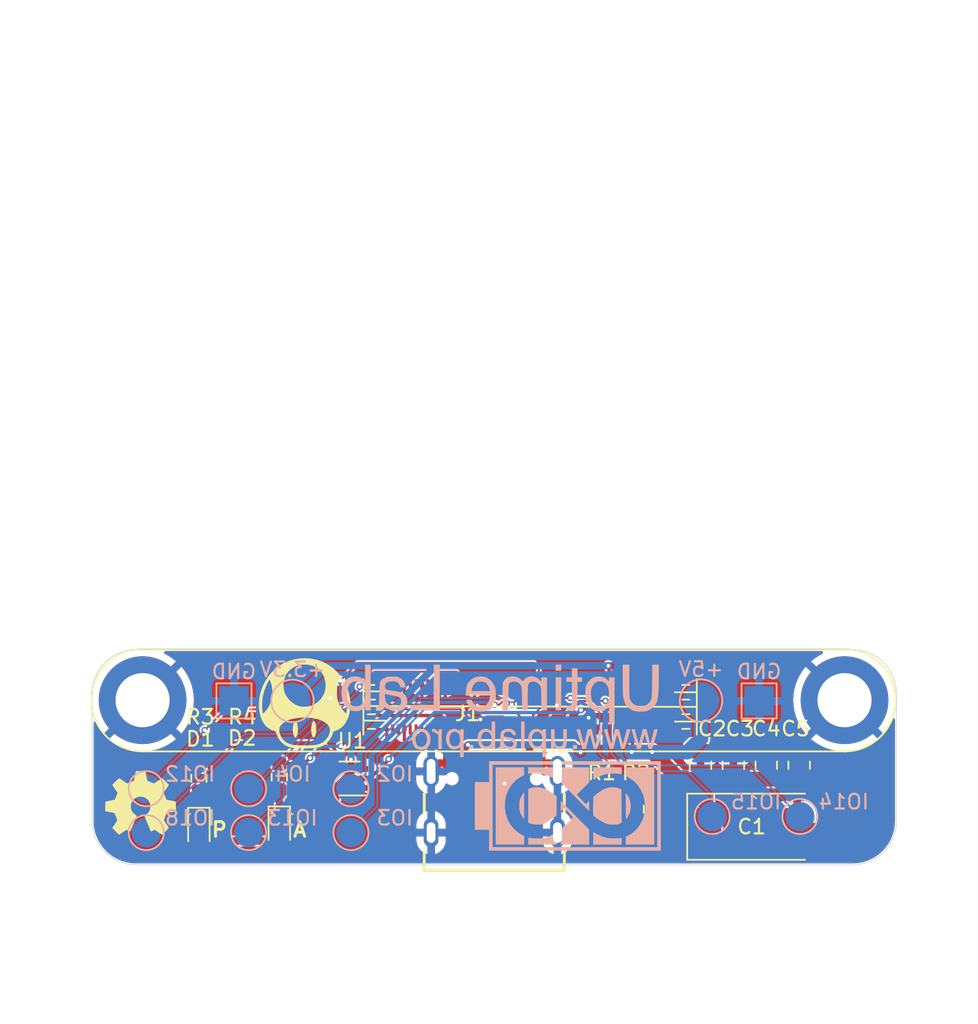
<source format=kicad_pcb>
(kicad_pcb (version 20210824) (generator pcbnew)
  (layers (0 "F.Cu" signal) (31 "B.Cu" signal) (34 "B.Paste" user) (35 "F.Paste" user) (36 "B.SilkS" user "B.Silkscreen") (37 "F.SilkS" user "F.Silkscreen") (38 "B.Mask" user) (39 "F.Mask" user) (44 "Edge.Cuts" user))
  (net 0 "")
  (net 13 "Net-(R3-Pad2)")
  (net 14 "Net-(Module1-Pad21)")
  (net 15 "Net-(J1-PadB5)")
  (net 16 "Net-(J1-PadA5)")
  (net 17 "Net-(D2-Pad1)")
  (net 18 "Net-(D1-Pad1)")
  (net 19 "GND")
  (net 20 "/nRPIBOOT")
  (net 21 "/nPWR_LED")
  (net 22 "/nEXTRST")
  (net 23 "/WL_nDis")
  (net 24 "/TRD3_P")
  (net 25 "/TRD3_N")
  (net 26 "/TRD2_P")
  (net 27 "/TRD2_N")
  (net 28 "/TRD1_P")
  (net 29 "/TRD1_N")
  (net 30 "/TRD0_P")
  (net 31 "/TRD0_N")
  (net 32 "/SYNC_OUT")
  (net 33 "/SYNC_IN")
  (net 34 "/SD_PWR_ON")
  (net 35 "/SD_DAT3")
  (net 36 "/SD_DAT2")
  (net 37 "/SD_DAT1")
  (net 38 "/SD_DAT0")
  (net 39 "/SD_CMD")
  (net 40 "/SD_CLK")
  (net 41 "/SDA0")
  (net 42 "/SCL0")
  (net 43 "/Reserved")
  (net 44 "/RUN_PG")
  (net 45 "/ID_SD")
  (net 46 "/ID_SC")
  (net 47 "/GPIO9")
  (net 48 "/GPIO8")
  (net 49 "/GPIO7")
  (net 50 "/GPIO6")
  (net 51 "/GPIO5")
  (net 52 "/GPIO4")
  (net 53 "/GPIO3")
  (net 54 "/GPIO27")
  (net 55 "/GPIO26")
  (net 56 "/GPIO25")
  (net 57 "/GPIO24")
  (net 58 "/GPIO23")
  (net 59 "/GPIO22")
  (net 60 "/GPIO21")
  (net 61 "/GPIO20")
  (net 62 "/GPIO2")
  (net 63 "/GPIO19")
  (net 64 "/GPIO18")
  (net 65 "/GPIO17")
  (net 66 "/GPIO16")
  (net 67 "/GPIO15")
  (net 68 "/GPIO14")
  (net 69 "/GPIO13")
  (net 70 "/GPIO12")
  (net 71 "/GPIO11")
  (net 72 "/GPIO10")
  (net 73 "/GLOBAL_EN")
  (net 74 "/ETH_LEDY")
  (net 75 "/ETH_LEDG")
  (net 76 "/CAM_GPIO")
  (net 77 "/BT_nDis")
  (net 78 "/AIN1")
  (net 79 "/AIN0")
  (net 80 "/+5v")
  (net 81 "/+3.3v")
  (net 82 "/+1.8v")
  (footprint "Capacitor_SMD:C_0805_2012Metric" (layer "F.Cu") (at 158.9 87.4 90)
    (fp_text reference "C2" (at 2.5 0.8 180) (layer "F.SilkS"))
    (fp_text value "10u")
    (pad "1" smd roundrect locked (at -0.95 0 90) (size 1 1.45) (layers "F.Cu" "F.Paste" "F.Mask") (net 80 "/+5v"))
    (pad "2" smd roundrect locked (at 0.95 0 90) (size 1 1.45) (layers "F.Cu" "F.Paste" "F.Mask") (net 19 "GND"))
  )
  (footprint "Capacitor_SMD:C_0805_2012Metric" (layer "F.Cu") (at 161.15 87.4 90)
    (fp_text reference "C3" (at 2.5 0.45 180) (layer "F.SilkS"))
    (fp_text value "10u")
    (pad "1" smd roundrect locked (at -0.95 0 90) (size 1 1.45) (layers "F.Cu" "F.Paste" "F.Mask") (net 80 "/+5v"))
    (pad "2" smd roundrect locked (at 0.95 0 90) (size 1 1.45) (layers "F.Cu" "F.Paste" "F.Mask") (net 19 "GND"))
  )
  (footprint "CM4IO:Raspberry-Pi-4-Compute-Module-big-holes" (layer "F.Cu") (at 168.75 82.95 90)
    (fp_text reference "Module1" hide)
    (fp_text value "ComputeModule4")
    (pad "1" smd rect (at -2 -31.3) (size 0.2 0.7) (layers "F.Cu" "F.Paste" "F.Mask") (net 19 "GND"))
    (pad "2" smd rect (at 1.08 -31.3) (size 0.2 0.7) (layers "F.Cu" "F.Paste" "F.Mask") (net 19 "GND"))
    (pad "3" smd rect (at -2 -30.9) (size 0.2 0.7) (layers "F.Cu" "F.Paste" "F.Mask") (net 24 "/TRD3_P"))
    (pad "4" smd rect (at 1.08 -30.9) (size 0.2 0.7) (layers "F.Cu" "F.Paste" "F.Mask") (net 28 "/TRD1_P"))
    (pad "5" smd rect (at -2 -30.5) (size 0.2 0.7) (layers "F.Cu" "F.Paste" "F.Mask") (net 25 "/TRD3_N"))
    (pad "6" smd rect (at 1.08 -30.5) (size 0.2 0.7) (layers "F.Cu" "F.Paste" "F.Mask") (net 29 "/TRD1_N"))
    (pad "7" smd rect (at -2 -30.1) (size 0.2 0.7) (layers "F.Cu" "F.Paste" "F.Mask") (net 19 "GND"))
    (pad "8" smd rect (at 1.08 -30.1) (size 0.2 0.7) (layers "F.Cu" "F.Paste" "F.Mask") (net 19 "GND"))
    (pad "9" smd rect (at -2 -29.7) (size 0.2 0.7) (layers "F.Cu" "F.Paste" "F.Mask") (net 27 "/TRD2_N"))
    (pad "10" smd rect (at 1.08 -29.7) (size 0.2 0.7) (layers "F.Cu" "F.Paste" "F.Mask") (net 31 "/TRD0_N"))
    (pad "11" smd rect (at -2 -29.3) (size 0.2 0.7) (layers "F.Cu" "F.Paste" "F.Mask") (net 26 "/TRD2_P"))
    (pad "12" smd rect (at 1.08 -29.3) (size 0.2 0.7) (layers "F.Cu" "F.Paste" "F.Mask") (net 30 "/TRD0_P"))
    (pad "13" smd rect (at -2 -28.9) (size 0.2 0.7) (layers "F.Cu" "F.Paste" "F.Mask") (net 19 "GND"))
    (pad "14" smd rect (at 1.08 -28.9) (size 0.2 0.7) (layers "F.Cu" "F.Paste" "F.Mask") (net 19 "GND"))
    (pad "15" smd rect (at -2 -28.5) (size 0.2 0.7) (layers "F.Cu" "F.Paste" "F.Mask") (net 74 "/ETH_LEDY"))
    (pad "16" smd rect (at 1.08 -28.5) (size 0.2 0.7) (layers "F.Cu" "F.Paste" "F.Mask") (net 33 "/SYNC_IN"))
    (pad "17" smd rect (at -2 -28.1) (size 0.2 0.7) (layers "F.Cu" "F.Paste" "F.Mask") (net 75 "/ETH_LEDG"))
    (pad "18" smd rect (at 1.08 -28.1) (size 0.2 0.7) (layers "F.Cu" "F.Paste" "F.Mask") (net 32 "/SYNC_OUT"))
    (pad "19" smd rect (at -2 -27.7) (size 0.2 0.7) (layers "F.Cu" "F.Paste" "F.Mask"))
    (pad "20" smd rect (at 1.08 -27.7) (size 0.2 0.7) (layers "F.Cu" "F.Paste" "F.Mask") (net 19 "GND"))
    (pad "21" smd rect (at -2 -27.3) (size 0.2 0.7) (layers "F.Cu" "F.Paste" "F.Mask") (net 14 "Net-(Module1-Pad21)"))
    (pad "22" smd rect (at 1.08 -27.3) (size 0.2 0.7) (layers "F.Cu" "F.Paste" "F.Mask") (net 19 "GND"))
    (pad "23" smd rect (at -2 -26.9) (size 0.2 0.7) (layers "F.Cu" "F.Paste" "F.Mask") (net 19 "GND"))
    (pad "24" smd rect (at 1.08 -26.9) (size 0.2 0.7) (layers "F.Cu" "F.Paste" "F.Mask") (net 55 "/GPIO26"))
    (pad "25" smd rect (at -2 -26.5) (size 0.2 0.7) (layers "F.Cu" "F.Paste" "F.Mask") (net 60 "/GPIO21"))
    (pad "26" smd rect (at 1.08 -26.5) (size 0.2 0.7) (layers "F.Cu" "F.Paste" "F.Mask") (net 63 "/GPIO19"))
    (pad "27" smd rect (at -2 -26.1) (size 0.2 0.7) (layers "F.Cu" "F.Paste" "F.Mask") (net 61 "/GPIO20"))
    (pad "28" smd rect (at 1.08 -26.1) (size 0.2 0.7) (layers "F.Cu" "F.Paste" "F.Mask") (net 69 "/GPIO13"))
    (pad "29" smd rect (at -2 -25.7) (size 0.2 0.7) (layers "F.Cu" "F.Paste" "F.Mask") (net 66 "/GPIO16"))
    (pad "30" smd rect (at 1.08 -25.7) (size 0.2 0.7) (layers "F.Cu" "F.Paste" "F.Mask") (net 50 "/GPIO6"))
    (pad "31" smd rect (at -2 -25.3) (size 0.2 0.7) (layers "F.Cu" "F.Paste" "F.Mask") (net 70 "/GPIO12"))
    (pad "32" smd rect (at 1.08 -25.3) (size 0.2 0.7) (layers "F.Cu" "F.Paste" "F.Mask") (net 19 "GND"))
    (pad "33" smd rect (at -2 -24.9) (size 0.2 0.7) (layers "F.Cu" "F.Paste" "F.Mask") (net 19 "GND"))
    (pad "34" smd rect (at 1.08 -24.9) (size 0.2 0.7) (layers "F.Cu" "F.Paste" "F.Mask") (net 51 "/GPIO5"))
    (pad "35" smd rect (at -2 -24.5) (size 0.2 0.7) (layers "F.Cu" "F.Paste" "F.Mask") (net 46 "/ID_SC"))
    (pad "36" smd rect (at 1.08 -24.5) (size 0.2 0.7) (layers "F.Cu" "F.Paste" "F.Mask") (net 45 "/ID_SD"))
    (pad "37" smd rect (at -2 -24.1) (size 0.2 0.7) (layers "F.Cu" "F.Paste" "F.Mask") (net 49 "/GPIO7"))
    (pad "38" smd rect (at 1.08 -24.1) (size 0.2 0.7) (layers "F.Cu" "F.Paste" "F.Mask") (net 71 "/GPIO11"))
    (pad "39" smd rect (at -2 -23.7) (size 0.2 0.7) (layers "F.Cu" "F.Paste" "F.Mask") (net 48 "/GPIO8"))
    (pad "40" smd rect (at 1.08 -23.7) (size 0.2 0.7) (layers "F.Cu" "F.Paste" "F.Mask") (net 47 "/GPIO9"))
    (pad "41" smd rect (at -2 -23.3) (size 0.2 0.7) (layers "F.Cu" "F.Paste" "F.Mask") (net 56 "/GPIO25"))
    (pad "42" smd rect (at 1.08 -23.3) (size 0.2 0.7) (layers "F.Cu" "F.Paste" "F.Mask") (net 19 "GND"))
    (pad "43" smd rect (at -2 -22.9) (size 0.2 0.7) (layers "F.Cu" "F.Paste" "F.Mask") (net 19 "GND"))
    (pad "44" smd rect (at 1.08 -22.9) (size 0.2 0.7) (layers "F.Cu" "F.Paste" "F.Mask") (net 72 "/GPIO10"))
    (pad "45" smd rect (at -2 -22.5) (size 0.2 0.7) (layers "F.Cu" "F.Paste" "F.Mask") (net 57 "/GPIO24"))
    (pad "46" smd rect (at 1.08 -22.5) (size 0.2 0.7) (layers "F.Cu" "F.Paste" "F.Mask") (net 59 "/GPIO22"))
    (pad "47" smd rect (at -2 -22.1) (size 0.2 0.7) (layers "F.Cu" "F.Paste" "F.Mask") (net 58 "/GPIO23"))
    (pad "48" smd rect (at 1.08 -22.1) (size 0.2 0.7) (layers "F.Cu" "F.Paste" "F.Mask") (net 54 "/GPIO27"))
    (pad "49" smd rect (at -2 -21.7) (size 0.2 0.7) (layers "F.Cu" "F.Paste" "F.Mask") (net 64 "/GPIO18"))
    (pad "50" smd rect (at 1.08 -21.7) (size 0.2 0.7) (layers "F.Cu" "F.Paste" "F.Mask") (net 65 "/GPIO17"))
    (pad "51" smd rect (at -2 -21.3) (size 0.2 0.7) (layers "F.Cu" "F.Paste" "F.Mask") (net 67 "/GPIO15"))
    (pad "52" smd rect (at 1.08 -21.3) (size 0.2 0.7) (layers "F.Cu" "F.Paste" "F.Mask") (net 19 "GND"))
    (pad "53" smd rect (at -2 -20.9) (size 0.2 0.7) (layers "F.Cu" "F.Paste" "F.Mask") (net 19 "GND"))
    (pad "54" smd rect (at 1.08 -20.9) (size 0.2 0.7) (layers "F.Cu" "F.Paste" "F.Mask") (net 52 "/GPIO4"))
    (pad "55" smd rect (at -2 -20.5) (size 0.2 0.7) (layers "F.Cu" "F.Paste" "F.Mask") (net 68 "/GPIO14"))
    (pad "56" smd rect (at 1.08 -20.5) (size 0.2 0.7) (layers "F.Cu" "F.Paste" "F.Mask") (net 53 "/GPIO3"))
    (pad "57" smd rect (at -2 -20.1) (size 0.2 0.7) (layers "F.Cu" "F.Paste" "F.Mask") (net 40 "/SD_CLK"))
    (pad "58" smd rect (at 1.08 -20.1) (size 0.2 0.7) (layers "F.Cu" "F.Paste" "F.Mask") (net 62 "/GPIO2"))
    (pad "59" smd rect (at -2 -19.7) (size 0.2 0.7) (layers "F.Cu" "F.Paste" "F.Mask") (net 19 "GND"))
    (pad "60" smd rect (at 1.08 -19.7) (size 0.2 0.7) (layers "F.Cu" "F.Paste" "F.Mask") (net 19 "GND"))
    (pad "61" smd rect (at -2 -19.3) (size 0.2 0.7) (layers "F.Cu" "F.Paste" "F.Mask") (net 35 "/SD_DAT3"))
    (pad "62" smd rect (at 1.08 -19.3) (size 0.2 0.7) (layers "F.Cu" "F.Paste" "F.Mask") (net 39 "/SD_CMD"))
    (pad "63" smd rect (at -2 -18.9) (size 0.2 0.7) (layers "F.Cu" "F.Paste" "F.Mask") (net 38 "/SD_DAT0"))
    (pad "64" smd rect (at 1.08 -18.9) (size 0.2 0.7) (layers "F.Cu" "F.Paste" "F.Mask"))
    (pad "65" smd rect (at -2 -18.5) (size 0.2 0.7) (layers "F.Cu" "F.Paste" "F.Mask") (net 19 "GND"))
    (pad "66" smd rect (at 1.08 -18.5) (size 0.2 0.7) (layers "F.Cu" "F.Paste" "F.Mask") (net 19 "GND"))
    (pad "67" smd rect (at -2 -18.1) (size 0.2 0.7) (layers "F.Cu" "F.Paste" "F.Mask") (net 37 "/SD_DAT1"))
    (pad "68" smd rect (at 1.08 -18.1) (size 0.2 0.7) (layers "F.Cu" "F.Paste" "F.Mask"))
    (pad "69" smd rect (at -2 -17.7) (size 0.2 0.7) (layers "F.Cu" "F.Paste" "F.Mask") (net 36 "/SD_DAT2"))
    (pad "70" smd rect (at 1.08 -17.7) (size 0.2 0.7) (layers "F.Cu" "F.Paste" "F.Mask"))
    (pad "71" smd rect (at -2 -17.3) (size 0.2 0.7) (layers "F.Cu" "F.Paste" "F.Mask") (net 19 "GND"))
    (pad "72" smd rect (at 1.08 -17.3) (size 0.2 0.7) (layers "F.Cu" "F.Paste" "F.Mask"))
    (pad "73" smd rect (at -2 -16.9) (size 0.2 0.7) (layers "F.Cu" "F.Paste" "F.Mask"))
    (pad "74" smd rect (at 1.08 -16.9) (size 0.2 0.7) (layers "F.Cu" "F.Paste" "F.Mask") (net 19 "GND"))
    (pad "75" smd rect (at -2 -16.5) (size 0.2 0.7) (layers "F.Cu" "F.Paste" "F.Mask") (net 34 "/SD_PWR_ON"))
    (pad "76" smd rect (at 1.08 -16.5) (size 0.2 0.7) (layers "F.Cu" "F.Paste" "F.Mask") (net 43 "/Reserved"))
    (pad "77" smd rect (at -2 -16.1) (size 0.2 0.7) (layers "F.Cu" "F.Paste" "F.Mask") (net 80 "/+5v"))
    (pad "78" smd rect (at 1.08 -16.1) (size 0.2 0.7) (layers "F.Cu" "F.Paste" "F.Mask") (net 81 "/+3.3v"))
    (pad "79" smd rect (at -2 -15.7) (size 0.2 0.7) (layers "F.Cu" "F.Paste" "F.Mask") (net 80 "/+5v"))
    (pad "80" smd rect (at 1.08 -15.7) (size 0.2 0.7) (layers "F.Cu" "F.Paste" "F.Mask") (net 42 "/SCL0"))
    (pad "81" smd rect (at -2 -15.3) (size 0.2 0.7) (layers "F.Cu" "F.Paste" "F.Mask") (net 80 "/+5v"))
    (pad "82" smd rect (at 1.08 -15.3) (size 0.2 0.7) (layers "F.Cu" "F.Paste" "F.Mask") (net 41 "/SDA0"))
    (pad "83" smd rect (at -2 -14.9) (size 0.2 0.7) (layers "F.Cu" "F.Paste" "F.Mask") (net 80 "/+5v"))
    (pad "84" smd rect (at 1.08 -14.9) (size 0.2 0.7) (layers "F.Cu" "F.Paste" "F.Mask") (net 81 "/+3.3v"))
    (pad "85" smd rect (at -2 -14.5) (size 0.2 0.7) (layers "F.Cu" "F.Paste" "F.Mask") (net 80 "/+5v"))
    (pad "86" smd rect (at 1.08 -14.5) (size 0.2 0.7) (layers "F.Cu" "F.Paste" "F.Mask") (net 81 "/+3.3v"))
    (pad "87" smd rect (at -2 -14.1) (size 0.2 0.7) (layers "F.Cu" "F.Paste" "F.Mask") (net 80 "/+5v"))
    (pad "88" smd rect (at 1.08 -14.1) (size 0.2 0.7) (layers "F.Cu" "F.Paste" "F.Mask") (net 82 "/+1.8v"))
    (pad "89" smd rect (at -2 -13.7) (size 0.2 0.7) (layers "F.Cu" "F.Paste" "F.Mask") (net 23 "/WL_nDis"))
    (pad "90" smd rect (at 1.08 -13.7) (size 0.2 0.7) (layers "F.Cu" "F.Paste" "F.Mask") (net 82 "/+1.8v"))
    (pad "91" smd rect (at -2 -13.3) (size 0.2 0.7) (layers "F.Cu" "F.Paste" "F.Mask") (net 77 "/BT_nDis"))
    (pad "92" smd rect (at 1.08 -13.3) (size 0.2 0.7) (layers "F.Cu" "F.Paste" "F.Mask") (net 44 "/RUN_PG"))
    (pad "93" smd rect (at -2 -12.9) (size 0.2 0.7) (layers "F.Cu" "F.Paste" "F.Mask") (net 20 "/nRPIBOOT"))
    (pad "94" smd rect (at 1.08 -12.9) (size 0.2 0.7) (layers "F.Cu" "F.Paste" "F.Mask") (net 78 "/AIN1"))
    (pad "95" smd rect (at -2 -12.5) (size 0.2 0.7) (layers "F.Cu" "F.Paste" "F.Mask") (net 21 "/nPWR_LED"))
    (pad "96" smd rect (at 1.08 -12.5) (size 0.2 0.7) (layers "F.Cu" "F.Paste" "F.Mask") (net 79 "/AIN0"))
    (pad "97" smd rect (at -2 -12.1) (size 0.2 0.7) (layers "F.Cu" "F.Paste" "F.Mask") (net 76 "/CAM_GPIO"))
    (pad "98" smd rect (at 1.08 -12.1) (size 0.2 0.7) (layers "F.Cu" "F.Paste" "F.Mask") (net 19 "GND"))
    (pad "99" smd rect (at -2 -11.7) (size 0.2 0.7) (layers "F.Cu" "F.Paste" "F.Mask") (net 73 "/GLOBAL_EN"))
    (pad "100" smd rect (at 1.08 -11.7) (size 0.2 0.7) (layers "F.Cu" "F.Paste" "F.Mask") (net 22 "/nEXTRST"))
    (pad "S2" thru_hole circle (at 0 -48 90) (size 6 6) (drill 3.7) (layers *.Cu *.Mask) (net 19 "GND"))
    (pad "S2" thru_hole circle (at 0 0 90) (size 6 6) (drill 3.7) (layers *.Cu *.Mask) (net 19 "GND"))
  )
  (footprint "Resistor_SMD:R_0603_1608Metric_Pad0.98x0.95mm_HandSolder" (layer "F.Cu") (at 154.5 90.4 -90)
    (fp_text reference "R2" (at -2.5 0 180) (layer "F.SilkS"))
    (fp_text value "5.1k")
    (pad "1" smd roundrect locked (at -0.9125 0 270) (size 0.975 0.95) (layers "F.Cu" "F.Paste" "F.Mask") (net 15 "Net-(J1-PadB5)"))
    (pad "2" smd roundrect locked (at 0.9125 0 270) (size 0.975 0.95) (layers "F.Cu" "F.Paste" "F.Mask") (net 19 "GND"))
  )
  (footprint "Resistor_SMD:R_0603_1608Metric_Pad0.98x0.95mm_HandSolder" (layer "F.Cu") (at 124.6 88.2875 90)
    (fp_text reference "R3" (at 4.1875 0.1 180) (layer "F.SilkS"))
    (fp_text value "1k")
    (pad "1" smd roundrect locked (at -0.9125 0 90) (size 0.975 0.95) (layers "F.Cu" "F.Paste" "F.Mask") (net 18 "Net-(D1-Pad1)"))
    (pad "2" smd roundrect locked (at 0.9125 0 90) (size 0.975 0.95) (layers "F.Cu" "F.Paste" "F.Mask") (net 13 "Net-(R3-Pad2)"))
  )
  (footprint "Package_TO_SOT_SMD:SOT-353_SC-70-5" (layer "F.Cu") (at 134.9 88.3 180)
    (fp_text reference "U1" (at -0.19 2.57) (layer "F.SilkS"))
    (fp_text value "74LVC1G07SE-7")
    (pad "1" smd rect locked (at -0.95 -0.65 180) (size 0.65 0.4) (layers "F.Cu" "F.Paste" "F.Mask"))
    (pad "2" smd rect locked (at -0.95 0 180) (size 0.65 0.4) (layers "F.Cu" "F.Paste" "F.Mask") (net 21 "/nPWR_LED"))
    (pad "3" smd rect locked (at -0.95 0.65 180) (size 0.65 0.4) (layers "F.Cu" "F.Paste" "F.Mask") (net 19 "GND"))
    (pad "4" smd rect locked (at 0.95 0.65 180) (size 0.65 0.4) (layers "F.Cu" "F.Paste" "F.Mask") (net 13 "Net-(R3-Pad2)"))
    (pad "5" smd rect locked (at 0.95 -0.65 180) (size 0.65 0.4) (layers "F.Cu" "F.Paste" "F.Mask") (net 81 "/+3.3v"))
  )
  (footprint "Resistor_SMD:R_0603_1608Metric_Pad0.98x0.95mm_HandSolder" (layer "F.Cu") (at 130.1 88.2 90)
    (fp_text reference "R4" (at 4.11 -2.53) (layer "F.SilkS"))
    (fp_text value "1k")
    (pad "1" smd roundrect locked (at -0.9125 0 90) (size 0.975 0.95) (layers "F.Cu" "F.Paste" "F.Mask") (net 17 "Net-(D2-Pad1)"))
    (pad "2" smd roundrect locked (at 0.9125 0 90) (size 0.975 0.95) (layers "F.Cu" "F.Paste" "F.Mask") (net 14 "Net-(Module1-Pad21)"))
  )
  (footprint "LED_SMD:LED_0603_1608Metric" (layer "F.Cu") (at 124.6 91.7875 -90)
    (fp_text reference "D1" (at -6.1875 -0.1 180) (layer "F.SilkS"))
    (fp_text value "LED Blue")
    (pad "1" smd roundrect locked (at -0.7875 0 270) (size 0.875 0.95) (layers "F.Cu" "F.Paste" "F.Mask") (net 18 "Net-(D1-Pad1)"))
    (pad "2" smd roundrect locked (at 0.7875 0 270) (size 0.875 0.95) (layers "F.Cu" "F.Paste" "F.Mask") (net 81 "/+3.3v"))
  )
  (footprint "Capacitor_SMD:C_0805_2012Metric" (layer "F.Cu") (at 165.65 87.4 90)
    (fp_text reference "C5" (at 2.5 -0.25 180) (layer "F.SilkS"))
    (fp_text value "10u")
    (pad "1" smd roundrect locked (at -0.95 0 90) (size 1 1.45) (layers "F.Cu" "F.Paste" "F.Mask") (net 80 "/+5v"))
    (pad "2" smd roundrect locked (at 0.95 0 90) (size 1 1.45) (layers "F.Cu" "F.Paste" "F.Mask") (net 19 "GND"))
  )
  (footprint "Capacitor_SMD:C_0805_2012Metric" (layer "F.Cu") (at 163.4 87.4 90)
    (fp_text reference "C4" (at 2.5 0 180) (layer "F.SilkS"))
    (fp_text value "10u")
    (pad "1" smd roundrect locked (at -0.95 0 90) (size 1 1.45) (layers "F.Cu" "F.Paste" "F.Mask") (net 80 "/+5v"))
    (pad "2" smd roundrect locked (at 0.95 0 90) (size 1 1.45) (layers "F.Cu" "F.Paste" "F.Mask") (net 19 "GND"))
  )
  (footprint "LOGO" (layer "F.Cu") (at 131.82 83.38)
    (fp_text reference "G***" hide)
    (fp_text value "LOGO" hide)
  )
  (footprint "LOGO" (layer "F.Cu") (at 120.6 90)
    (fp_text reference "G***" hide)
    (fp_text value "LOGO" hide)
  )
  (footprint "Resistor_SMD:R_0603_1608Metric_Pad0.98x0.95mm_HandSolder" (layer "F.Cu") (at 152.15 90.4 90)
    (fp_text reference "R1" (at 2.5 0 180) (layer "F.SilkS"))
    (fp_text value "5.1k")
    (pad "1" smd roundrect locked (at -0.9125 0 90) (size 0.975 0.95) (layers "F.Cu" "F.Paste" "F.Mask") (net 19 "GND"))
    (pad "2" smd roundrect locked (at 0.9125 0 90) (size 0.975 0.95) (layers "F.Cu" "F.Paste" "F.Mask") (net 16 "Net-(J1-PadA5)"))
  )
  (footprint "USB4105-GF-A:GCT_USB4105-GF-A" (layer "F.Cu") (at 144.8 92)
    (fp_text reference "J1" (at -1.825 -8.135) (layer "F.SilkS"))
    (fp_text value "USB4105-GF-A")
    (pad "" np_thru_hole circle locked (at 2.89 -3.68) (size 0.65 0.65) (drill 0.65) (layers *.Cu *.Mask))
    (pad "" np_thru_hole circle locked (at -2.89 -3.68) (size 0.65 0.65) (drill 0.65) (layers *.Cu *.Mask))
    (pad "A1_B12" smd rect locked (at -3.2 -4.755) (size 0.6 1.15) (layers "F.Cu" "F.Paste" "F.Mask") (net 19 "GND"))
    (pad "A4_B9" smd rect locked (at -2.4 -4.755) (size 0.6 1.15) (layers "F.Cu" "F.Paste" "F.Mask") (net 80 "/+5v"))
    (pad "A5" smd rect locked (at -1.25 -4.755) (size 0.3 1.15) (layers "F.Cu" "F.Paste" "F.Mask") (net 16 "Net-(J1-PadA5)"))
    (pad "A6" smd rect locked (at -0.25 -4.755) (size 0.3 1.15) (layers "F.Cu" "F.Paste" "F.Mask"))
    (pad "A7" smd rect locked (at 0.25 -4.755) (size 0.3 1.15) (layers "F.Cu" "F.Paste" "F.Mask"))
    (pad "A8" smd rect locked (at 1.25 -4.755) (size 0.3 1.15) (layers "F.Cu" "F.Paste" "F.Mask"))
    (pad "B1_A12" smd rect locked (at 3.2 -4.755) (size 0.6 1.15) (layers "F.Cu" "F.Paste" "F.Mask") (net 19 "GND"))
    (pad "B4_A9" smd rect locked (at 2.4 -4.755) (size 0.6 1.15) (layers "F.Cu" "F.Paste" "F.Mask") (net 80 "/+5v"))
    (pad "B5" smd rect locked (at 1.75 -4.755) (size 0.3 1.15) (layers "F.Cu" "F.Paste" "F.Mask") (net 15 "Net-(J1-PadB5)"))
    (pad "B6" smd rect locked (at 0.75 -4.755) (size 0.3 1.15) (layers "F.Cu" "F.Paste" "F.Mask"))
    (pad "B7" smd rect locked (at -0.75 -4.755) (size 0.3 1.15) (layers "F.Cu" "F.Paste" "F.Mask"))
    (pad "B8" smd rect locked (at -1.75 -4.755) (size 0.3 1.15) (layers "F.Cu" "F.Paste" "F.Mask"))
    (pad "S1" thru_hole oval locked (at -4.32 -4.18) (size 1.05 2.1) (drill oval 0.6 1.7) (layers *.Cu *.Mask) (net 19 "GND"))
    (pad "S2" thru_hole oval locked (at -4.32 0) (size 1 2) (drill oval 0.6 1.4) (layers *.Cu *.Mask) (net 19 "GND"))
    (pad "S3" thru_hole oval locked (at 4.32 0) (size 1 2) (drill oval 0.6 1.4) (layers *.Cu *.Mask) (net 19 "GND"))
    (pad "S4" thru_hole oval locked (at 4.32 -4.18) (size 1.05 2.1) (drill oval 0.6 1.7) (layers *.Cu *.Mask) (net 19 "GND"))
  )
  (footprint "Capacitor_Tantalum_SMD:CP_EIA-7343-31_Kemet-D" (layer "F.Cu") (at 162.4 91.6)
    (fp_text reference "C1" (at 0 0) (layer "F.SilkS"))
    (fp_text value "100uF")
    (pad "1" smd roundrect locked (at -3.1125 0) (size 2.075 2.55) (layers "F.Cu" "F.Paste" "F.Mask") (roundrect_rratio 0.1204819277) (net 80 "/+5v"))
    (pad "2" smd roundrect locked (at 3.1125 0) (size 2.075 2.55) (layers "F.Cu" "F.Paste" "F.Mask") (roundrect_rratio 0.1204819277) (net 19 "GND"))
  )
  (footprint "LED_SMD:LED_0603_1608Metric" (layer "F.Cu") (at 130.1 91.7 -90)
    (fp_text reference "D2" (at -6.16 2.54 180) (layer "F.SilkS"))
    (fp_text value "LED White")
    (pad "1" smd roundrect locked (at -0.7875 0 270) (size 0.875 0.95) (layers "F.Cu" "F.Paste" "F.Mask") (net 17 "Net-(D2-Pad1)"))
    (pad "2" smd roundrect locked (at 0.7875 0 270) (size 0.875 0.95) (layers "F.Cu" "F.Paste" "F.Mask") (net 81 "/+3.3v"))
  )
  (footprint "TestPoint:TestPoint_Pad_2.0x2.0mm" (layer "B.Cu") (at 127 83 180)
    (fp_text reference "GND" (at 0 1.998) (layer "B.SilkS") (effects (justify mirror)))
    (fp_text value "TestPoint" hide)
    (pad "1" smd rect locked (at 0 0 180) (size 2 2) (layers "B.Cu" "B.Mask") (net 19 "GND"))
  )
  (footprint "TestPoint:TestPoint_Pad_D2.0mm" (layer "B.Cu") (at 135 92 180)
    (fp_text reference "IO3" (at -3 1) (layer "B.SilkS") (effects (justify mirror)))
    (fp_text value "TestPoint" hide)
    (pad "1" smd circle locked (at 0 0 180) (size 2 2) (layers "B.Cu" "B.Mask") (net 53 "/GPIO3"))
  )
  (footprint "TestPoint:TestPoint_Pad_D2.0mm" (layer "B.Cu") (at 135 89 180)
    (fp_text reference "IO2" (at -3 1) (layer "B.SilkS") (effects (justify mirror)))
    (fp_text value "TestPoint" hide)
    (pad "1" smd circle locked (at 0 0 180) (size 2 2) (layers "B.Cu" "B.Mask") (net 62 "/GPIO2"))
  )
  (footprint "TestPoint:TestPoint_Pad_D2.0mm" (layer "B.Cu") (at 121 89 180)
    (fp_text reference "IO12" (at -3 1) (layer "B.SilkS") (effects (justify mirror)))
    (fp_text value "TestPoint" hide)
    (pad "1" smd circle locked (at 0 0 180) (size 2 2) (layers "B.Cu" "B.Mask") (net 70 "/GPIO12"))
  )
  (footprint "TestPoint:TestPoint_Pad_D2.0mm" (layer "B.Cu") (at 165.7 90.9 180)
    (fp_text reference "IO14" (at -3 1) (layer "B.SilkS") (effects (justify mirror)))
    (fp_text value "TestPoint" hide)
    (pad "1" smd circle locked (at 0 0 180) (size 2 2) (layers "B.Cu" "B.Mask") (net 68 "/GPIO14"))
  )
  (footprint "TestPoint:TestPoint_Pad_D2.5mm" (layer "B.Cu") (at 131 83 180)
    (fp_text reference "+3.3V" (at 0 2.148) (layer "B.SilkS") (effects (justify mirror)))
    (fp_text value "TestPoint" hide)
    (pad "1" smd circle locked (at 0 0 180) (size 2.5 2.5) (layers "B.Cu" "B.Mask") (net 81 "/+3.3v"))
  )
  (footprint "TestPoint:TestPoint_Pad_D2.0mm" (layer "B.Cu") (at 128 92 180)
    (fp_text reference "IO13" (at -3 1) (layer "B.SilkS") (effects (justify mirror)))
    (fp_text value "TestPoint" hide)
    (pad "1" smd circle locked (at 0 0 180) (size 2 2) (layers "B.Cu" "B.Mask") (net 69 "/GPIO13"))
  )
  (footprint "TestPoint:TestPoint_Pad_2.0x2.0mm" (layer "B.Cu") (at 162.91 83 180)
    (fp_text reference "GND" (at 0 1.998) (layer "B.SilkS") (effects (justify mirror)))
    (fp_text value "TestPoint" hide)
    (pad "1" smd rect locked (at 0 0 180) (size 2 2) (layers "B.Cu" "B.Mask") (net 19 "GND"))
  )
  (footprint "TestPoint:TestPoint_Pad_D2.0mm" (layer "B.Cu") (at 159.7 90.9 180)
    (fp_text reference "IO15" (at -3 1) (layer "B.SilkS") (effects (justify mirror)))
    (fp_text value "TestPoint" hide)
    (pad "1" smd circle locked (at 0 0 180) (size 2 2) (layers "B.Cu" "B.Mask") (net 67 "/GPIO15"))
  )
  (footprint "LOGO" (layer "B.Cu") (at 145 87.225 180)
    (fp_text reference "G***" hide)
    (fp_text value "LOGO" hide)
  )
  (footprint "TestPoint:TestPoint_Pad_D2.0mm" (layer "B.Cu") (at 121 92 180)
    (fp_text reference "IO18" (at -3 1) (layer "B.SilkS") (effects (justify mirror)))
    (fp_text value "TestPoint" hide)
    (pad "1" smd circle locked (at 0 0 180) (size 2 2) (layers "B.Cu" "B.Mask") (net 64 "/GPIO18"))
  )
  (footprint "TestPoint:TestPoint_Pad_D2.5mm" (layer "B.Cu") (at 158.94 82.98 180)
    (fp_text reference "+5V" (at 0 2.148) (layer "B.SilkS") (effects (justify mirror)))
    (fp_text value "TestPoint" hide)
    (pad "1" smd circle locked (at 0 0 180) (size 2.5 2.5) (layers "B.Cu" "B.Mask") (net 80 "/+5v"))
  )
  (footprint "TestPoint:TestPoint_Pad_D2.0mm" (layer "B.Cu") (at 128 89 180)
    (fp_text reference "IO4" (at -3 1) (layer "B.SilkS") (effects (justify mirror)))
    (fp_text value "TestPoint" hide)
    (pad "1" smd circle locked (at 0 0 180) (size 2 2) (layers "B.Cu" "B.Mask") (net 52 "/GPIO4"))
  )
  (gr_arc (start 120.3 91.2) (end 120.3 94.2) (angle 90) (layer "Edge.Cuts") (width 0.05))
  (gr_line (start 172.3 82.5) (end 172.3 91.2) (layer "Edge.Cuts") (width 0.05))
  (gr_line (start 169.3 94.2) (end 120.3 94.2) (layer "Edge.Cuts") (width 0.05))
  (gr_arc (start 169.3 82.5) (end 169.3 79.5) (angle 90) (layer "Edge.Cuts") (width 0.05))
  (gr_arc (start 169.3 91.2) (end 172.3 91.2) (angle 90) (layer "Edge.Cuts") (width 0.05))
  (gr_line (start 120.3 79.5) (end 169.3 79.5) (layer "Edge.Cuts") (width 0.05))
  (gr_arc (start 120.3 82.5) (end 120.3 79.5) (angle -90) (layer "Edge.Cuts") (width 0.05))
  (gr_line (start 117.3 82.5) (end 117.3 91.2) (layer "Edge.Cuts") (width 0.05))
  (gr_text "A" (at 131.5 91.8) (layer "F.SilkS") (effects (font (size 1 1) (thickness 0.2))))
  (gr_text "P" (at 126 91.8) (layer "F.SilkS") (effects (font (size 1 1) (thickness 0.2))))
  (segment (start 124.9 86) (end 132.9 86) (width 0.5) (layer "F.Cu") (net 13))
  (segment (start 124.6 86.3) (end 124.9 86) (width 0.5) (layer "F.Cu") (net 13))
  (segment (start 124.6 87.375) (end 124.6 86.3) (width 0.5) (layer "F.Cu") (net 13))
  (segment (start 132.9 86) (end 133.95 87.05) (width 0.5) (layer "F.Cu") (net 13))
  (segment (start 133.95 87.05) (end 133.95 87.65) (width 0.5) (layer "F.Cu") (net 13))
  (segment (start 130.1 87.2875) (end 131.8125 87.2875) (width 0.23) (layer "F.Cu") (net 14))
  (segment (start 141.45 84.3) (end 141.45 84.95) (width 0.23) (layer "F.Cu") (net 14))
  (segment (start 141.15 84) (end 141.45 84.3) (width 0.23) (layer "F.Cu") (net 14))
  (segment (start 136.4 84) (end 141.15 84) (width 0.23) (layer "F.Cu") (net 14))
  (segment (start 131.8125 87.2875) (end 132.2 86.9) (width 0.23) (layer "F.Cu") (net 14))
  (segment (start 134.3 86.1) (end 136.4 84) (width 0.23) (layer "F.Cu") (net 14))
  (via (at 132.2 86.9) (size 0.45) (drill 0.25) (layers "F.Cu" "B.Cu") (net 14))
  (via (at 134.3 86.1) (size 0.45) (drill 0.25) (layers "F.Cu" "B.Cu") (net 14))
  (segment (start 134.3 86.1) (end 133 86.1) (width 0.23) (layer "B.Cu") (net 14))
  (segment (start 133 86.1) (end 132.2 86.9) (width 0.23) (layer "B.Cu") (net 14))
  (segment (start 146.55 89.25) (end 147 89.7) (width 0.23) (layer "F.Cu") (net 15))
  (segment (start 153.7125 88.7) (end 154.5 89.4875) (width 0.23) (layer "F.Cu") (net 15))
  (segment (start 150.6 89.7) (end 151.6 88.7) (width 0.23) (layer "F.Cu") (net 15))
  (segment (start 146.55 87.245) (end 146.55 89.25) (width 0.23) (layer "F.Cu") (net 15))
  (segment (start 147 89.7) (end 150.6 89.7) (width 0.23) (layer "F.Cu") (net 15))
  (segment (start 151.6 88.7) (end 153.7125 88.7) (width 0.23) (layer "F.Cu") (net 15))
  (segment (start 143.55 87.245) (end 143.55 87.91102) (width 0.23) (layer "F.Cu") (net 16))
  (segment (start 143.55 87.91102) (end 146.13898 90.5) (width 0.23) (layer "F.Cu") (net 16))
  (segment (start 151.1375 90.5) (end 152.15 89.4875) (width 0.23) (layer "F.Cu") (net 16))
  (segment (start 146.13898 90.5) (end 151.1375 90.5) (width 0.23) (layer "F.Cu") (net 16))
  (segment (start 130.1 90.9125) (end 130.1 89.1125) (width 0.5) (layer "F.Cu") (net 17))
  (segment (start 124.6 91) (end 124.6 89.2) (width 0.5) (layer "F.Cu") (net 18))
  (segment (start 150.25 84.54898) (end 150.53449 84.26449) (width 0.13) (layer "F.Cu") (net 19))
  (segment (start 150.53 84.26) (end 150.53449 84.26449) (width 0.13) (layer "F.Cu") (net 19))
  (segment (start 149.2 84.26) (end 150.53 84.26) (width 0.13) (layer "F.Cu") (net 19))
  (segment (start 150.53449 84.26449) (end 150.64898 84.15) (width 0.13) (layer "F.Cu") (net 19))
  (segment (start 145.50102 84.2) (end 144.25 84.2) (width 0.13) (layer "F.Cu") (net 19))
  (segment (start 145.85 84.95) (end 145.85 84.54898) (width 0.13) (layer "F.Cu") (net 19))
  (segment (start 150.64898 84.15) (end 151.25 84.15) (width 0.13) (layer "F.Cu") (net 19))
  (segment (start 149.05 84.41) (end 149.2 84.26) (width 0.13) (layer "F.Cu") (net 19))
  (segment (start 149.05 84.95) (end 149.05 84.41) (width 0.13) (layer "F.Cu") (net 19))
  (segment (start 144.25 84.2) (end 143.92 84.2) (width 0.13) (layer "F.Cu") (net 19))
  (segment (start 151.45 84.35) (end 151.25 84.15) (width 0.13) (layer "F.Cu") (net 19))
  (segment (start 148.545 87.245) (end 149.12 87.82) (width 0.5) (layer "F.Cu") (net 19))
  (segment (start 150.25 84.95) (end 150.25 84.54898) (width 0.13) (layer "F.Cu") (net 19))
  (segment (start 148 87.245) (end 148.545 87.245) (width 0.5) (layer "F.Cu") (net 19))
  (segment (start 143.92 84.2) (end 143.85 84.27) (width 0.13) (layer "F.Cu") (net 19))
  (segment (start 141.6 87.245) (end 141.055 87.245) (width 0.5) (layer "F.Cu") (net 19))
  (segment (start 141.055 87.245) (end 140.48 87.82) (width 0.5) (layer "F.Cu") (net 19))
  (segment (start 145.85 84.54898) (end 145.50102 84.2) (width 0.13) (layer "F.Cu") (net 19))
  (segment (start 143.85 84.54898) (end 143.85 84.95) (width 0.13) (layer "F.Cu") (net 19))
  (segment (start 144.25 84.2) (end 144.19898 84.2) (width 0.13) (layer "F.Cu") (net 19))
  (segment (start 151.45 84.95) (end 151.45 84.35) (width 0.13) (layer "F.Cu") (net 19))
  (segment (start 144.19898 84.2) (end 143.85 84.54898) (width 0.13) (layer "F.Cu") (net 19))
  (via (at 143.85 84.27) (size 0.45) (drill 0.25) (layers "F.Cu" "B.Cu") (net 19))
  (via (at 151.25 84.15) (size 0.45) (drill 0.25) (layers "F.Cu" "B.Cu") (net 19))
  (via (at 145.5 88.65) (size 0.45) (drill 0.25) (layers "F.Cu" "B.Cu") (net 19))
  (via (at 149.08 83.31) (size 0.45) (drill 0.25) (layers "F.Cu" "B.Cu") (net 19))
  (segment (start 137.575 87.025) (end 136.3 88.3) (width 0.23) (layer "F.Cu") (net 21))
  (segment (start 150.775 83.575) (end 155.675 83.575) (width 0.23) (layer "F.Cu") (net 21))
  (segment (start 155.675 83.575) (end 156.25 84.15) (width 0.23) (layer "F.Cu") (net 21))
  (segment (start 136.3 88.3) (end 135.85 88.3) (width 0.23) (layer "F.Cu") (net 21))
  (segment (start 137.575 86.975) (end 137.575 87.025) (width 0.23) (layer "F.Cu") (net 21))
  (segment (start 156.25 84.15) (end 156.25 84.95) (width 0.23) (layer "F.Cu") (net 21))
  (segment (start 150.725 83.625) (end 150.775 83.575) (width 0.23) (layer "F.Cu") (net 21))
  (via (at 150.725 83.625) (size 0.45) (drill 0.25) (layers "F.Cu" "B.Cu") (net 21))
  (via (at 137.575 86.975) (size 0.45) (drill 0.25) (layers "F.Cu" "B.Cu") (net 21))
  (segment (start 140.7 83.8) (end 137.575 86.925) (width 0.23) (layer "B.Cu") (net 21))
  (segment (start 150.55 83.8) (end 140.7 83.8) (width 0.23) (layer "B.Cu") (net 21))
  (segment (start 150.725 83.625) (end 150.55 83.8) (width 0.23) (layer "B.Cu") (net 21))
  (segment (start 137.575 86.925) (end 137.575 86.975) (width 0.23) (layer "B.Cu") (net 21))
  (segment (start 147.85 80.75) (end 147.85 81.87) (width 0.13) (layer "F.Cu") (net 52))
  (segment (start 134.25 81.625) (end 135.475 80.4) (width 0.13) (layer "F.Cu") (net 52))
  (segment (start 135.475 80.4) (end 147.5 80.4) (width 0.13) (layer "F.Cu") (net 52))
  (segment (start 147.5 80.4) (end 147.85 80.75) (width 0.13) (layer "F.Cu") (net 52))
  (via (at 134.25 81.625) (size 0.45) (drill 0.25) (layers "F.Cu" "B.Cu") (net 52))
  (segment (start 134.25 81.625) (end 134.25 83.03) (width 0.13) (layer "B.Cu") (net 52))
  (segment (start 134.25 83.03) (end 128.28 89) (width 0.13) (layer "B.Cu") (net 52))
  (segment (start 128.28 89) (end 128 89) (width 0.13) (layer "B.Cu") (net 52))
  (segment (start 147.92102 82.6) (end 148.2 82.32102) (width 0.13) (layer "F.Cu") (net 53))
  (segment (start 144.834086 83.260543) (end 145.139457 83.260543) (width 0.13) (layer "F.Cu") (net 53))
  (segment (start 145.8 82.6) (end 147.92102 82.6) (width 0.13) (layer "F.Cu") (net 53))
  (segment (start 148.2 82.32102) (end 148.2 81.92) (width 0.13) (layer "F.Cu") (net 53))
  (segment (start 148.2 81.92) (end 148.25 81.87) (width 0.13) (layer "F.Cu") (net 53))
  (segment (start 145.139457 83.260543) (end 145.8 82.6) (width 0.13) (layer "F.Cu") (net 53))
  (via (at 144.834086 83.260543) (size 0.45) (drill 0.25) (layers "F.Cu" "B.Cu") (net 53))
  (segment (start 140.2 83.4) (end 136.8 86.8) (width 0.13) (layer "B.Cu") (net 53))
  (segment (start 136.8 86.8) (end 136.8 90.2) (width 0.13) (layer "B.Cu") (net 53))
  (segment (start 144.834086 83.260543) (end 144.694629 83.4) (width 0.13) (layer "B.Cu") (net 53))
  (segment (start 144.694629 83.4) (end 140.2 83.4) (width 0.13) (layer "B.Cu") (net 53))
  (segment (start 136.8 90.2) (end 135 92) (width 0.13) (layer "B.Cu") (net 53))
  (segment (start 148.65 82.35) (end 148.65 81.87) (width 0.13) (layer "F.Cu") (net 62))
  (segment (start 145.999474 83.250496) (end 146.24997 83) (width 0.13) (layer "F.Cu") (net 62))
  (segment (start 148 83) (end 148.65 82.35) (width 0.13) (layer "F.Cu") (net 62))
  (segment (start 146.24997 83) (end 148 83) (width 0.13) (layer "F.Cu") (net 62))
  (via (at 145.999474 83.250496) (size 0.45) (drill 0.25) (layers "F.Cu" "B.Cu") (net 62))
  (segment (start 136 88) (end 135 89) (width 0.13) (layer "B.Cu") (net 62))
  (segment (start 136 86.6) (end 136 88) (width 0.13) (layer "B.Cu") (net 62))
  (segment (start 145.548978 82.8) (end 139.8 82.8) (width 0.13) (layer "B.Cu") (net 62))
  (segment (start 139.8 82.8) (end 136 86.6) (width 0.13) (layer "B.Cu") (net 62))
  (segment (start 145.999474 83.250496) (end 145.548978 82.8) (width 0.13) (layer "B.Cu") (net 62))
  (segment (start 146.945011 84.95) (end 147.05 84.95) (width 0.13) (layer "F.Cu") (net 64))
  (segment (start 144 83.8) (end 146.30102 83.8) (width 0.13) (layer "F.Cu") (net 64))
  (segment (start 146.30102 83.8) (end 146.945011 84.443991) (width 0.13) (layer "F.Cu") (net 64))
  (segment (start 143.45 83.25) (end 144 83.8) (width 0.13) (layer "F.Cu") (net 64))
  (segment (start 146.945011 84.443991) (end 146.945011 84.95) (width 0.13) (layer "F.Cu") (net 64))
  (segment (start 134.05 83.25) (end 143.45 83.25) (width 0.13) (layer "F.Cu") (net 64))
  (segment (start 133.6 82.8) (end 134.05 83.25) (width 0.13) (layer "F.Cu") (net 64))
  (via (at 133.6 82.8) (size 0.45) (drill 0.25) (layers "F.Cu" "B.Cu") (net 64))
  (segment (start 133.6 83.12) (end 131.45998 85.26002) (width 0.13) (layer "B.Cu") (net 64))
  (segment (start 127.73998 85.26002) (end 121 92) (width 0.13) (layer "B.Cu") (net 64))
  (segment (start 131.45998 85.26002) (end 127.73998 85.26002) (width 0.13) (layer "B.Cu") (net 64))
  (segment (start 133.6 82.8) (end 133.6 83.12) (width 0.13) (layer "B.Cu") (net 64))
  (segment (start 148.633862 82.8) (end 147.45 83.983862) (width 0.13) (layer "F.Cu") (net 67))
  (segment (start 147.45 83.983862) (end 147.45 84.95) (width 0.13) (layer "F.Cu") (net 67))
  (segment (start 150 82.8) (end 148.633862 82.8) (width 0.13) (layer "F.Cu") (net 67))
  (via (at 150 82.8) (size 0.45) (drill 0.25) (layers "F.Cu" "B.Cu") (net 67))
  (segment (start 151 82.8) (end 150 82.8) (width 0.13) (layer "B.Cu") (net 67))
  (segment (start 159.7 90.9) (end 159.7 89.5) (width 0.13) (layer "B.Cu") (net 67))
  (segment (start 152 85.4) (end 152 83.8) (width 0.13) (layer "B.Cu") (net 67))
  (segment (start 152 86.6) (end 152 85.4) (width 0.13) (layer "B.Cu") (net 67))
  (segment (start 159.7 89.5) (end 158 87.8) (width 0.13) (layer "B.Cu") (net 67))
  (segment (start 152 83.8) (end 151 82.8) (width 0.13) (layer "B.Cu") (net 67))
  (segment (start 153.2 87.8) (end 152 86.6) (width 0.13) (layer "B.Cu") (net 67))
  (segment (start 158 87.8) (end 153.2 87.8) (width 0.13) (layer "B.Cu") (net 67))
  (segment (start 148.25 84.54898) (end 148.25 84.95) (width 0.13) (layer "F.Cu") (net 68))
  (segment (start 150.6 83) (end 149.6 84) (width 0.13) (layer "F.Cu") (net 68))
  (segment (start 152.4 83) (end 150.6 83) (width 0.13) (layer "F.Cu") (net 68))
  (segment (start 149.6 84) (end 148.79898 84) (width 0.13) (layer "F.Cu") (net 68))
  (segment (start 148.79898 84) (end 148.25 84.54898) (width 0.13) (layer "F.Cu") (net 68))
  (via (at 152.4 83) (size 0.45) (drill 0.25) (layers "F.Cu" "B.Cu") (net 68))
  (segment (start 152.8 83.4) (end 152.4 83) (width 0.13) (layer "B.Cu") (net 68))
  (segment (start 165.7 90.9) (end 162.2 87.4) (width 0.13) (layer "B.Cu") (net 68))
  (segment (start 152.8 86.6) (end 152.8 84.8) (width 0.13) (layer "B.Cu") (net 68))
  (segment (start 152.8 84.8) (end 152.8 83.4) (width 0.13) (layer "B.Cu") (net 68))
  (segment (start 162.2 87.4) (end 153.6 87.4) (width 0.13) (layer "B.Cu") (net 68))
  (segment (start 153.6 87.4) (end 152.8 86.6) (width 0.13) (layer "B.Cu") (net 68))
  (segment (start 135.6 82.025) (end 136.625 81) (width 0.13) (layer "F.Cu") (net 69))
  (segment (start 136.625 81) (end 142.18102 81) (width 0.13) (layer "F.Cu") (net 69))
  (segment (start 142.18102 81) (end 142.65 81.46898) (width 0.13) (layer "F.Cu") (net 69))
  (segment (start 142.65 81.46898) (end 142.65 81.87) (width 0.13) (layer "F.Cu") (net 69))
  (via (at 135.6 82.025) (size 0.45) (drill 0.25) (layers "F.Cu" "B.Cu") (net 69))
  (segment (start 135.6 82.025) (end 135.6 82.2) (width 0.13) (layer "B.Cu") (net 69))
  (segment (start 130.4 87.4) (end 130.4 89.6) (width 0.13) (layer "B.Cu") (net 69))
  (segment (start 135.6 82.2) (end 130.4 87.4) (width 0.13) (layer "B.Cu") (net 69))
  (segment (start 130.4 89.6) (end 128 92) (width 0.13) (layer "B.Cu") (net 69))
  (segment (start 143.45 84.55) (end 143.45 84.95) (width 0.13) (layer "F.Cu") (net 70))
  (segment (start 142.475 83.575) (end 143.45 84.55) (width 0.13) (layer "F.Cu") (net 70))
  (segment (start 125 85) (end 126.425 83.575) (width 0.13) (layer "F.Cu") (net 70))
  (segment (start 126.425 83.575) (end 142.475 83.575) (width 0.13) (layer "F.Cu") (net 70))
  (via (at 125 85) (size 0.45) (drill 0.25) (layers "F.Cu" "B.Cu") (net 70))
  (segment (start 125 85) (end 121 89) (width 0.13) (layer "B.Cu") (net 70))
  (segment (start 142.4 86.6) (end 143 86) (width 0.5) (layer "F.Cu") (net 80))
  (segment (start 147.4 86) (end 150.2 86) (width 0.5) (layer "F.Cu") (net 80))
  (segment (start 155.6 86.5) (end 155.1 86.5) (width 1) (layer "F.Cu") (net 80))
  (segment (start 153.3 86.5) (end 152.6 86.5) (width 1) (layer "F.Cu") (net 80))
  (segment (start 150.2 86) (end 150.7 86.5) (width 0.5) (layer "F.Cu") (net 80))
  (segment (start 143 86) (end 147.4 86) (width 0.5) (layer "F.Cu") (net 80))
  (segment (start 153.85 86.45) (end 153.8 86.5) (width 0.23) (layer "F.Cu") (net 80))
  (segment (start 165.65 88.35) (end 158.9 88.35) (width 1) (layer "F.Cu") (net 80))
  (segment (start 154.65 84.95) (end 154.65 86.05) (width 0.23) (layer "F.Cu") (net 80))
  (segment (start 158.9 88.35) (end 157.45 88.35) (width 1) (layer "F.Cu") (net 80))
  (segment (start 147.2 86.2) (end 147.4 86) (width 0.5) (layer "F.Cu") (net 80))
  (segment (start 155.1 86.5) (end 154.5 86.5) (width 1) (layer "F.Cu") (net 80))
  (segment (start 153.05 86.05) (end 152.6 86.5) (width 0.23) (layer "F.Cu") (net 80))
  (segment (start 153.85 84.95) (end 153.85 86.45) (width 0.23) (layer "F.Cu") (net 80))
  (segment (start 154.65 86.05) (end 155.1 86.5) (width 0.23) (layer "F.Cu") (net 80))
  (segment (start 159.2875 88.7375) (end 158.9 88.35) (width 1) (layer "F.Cu") (net 80))
  (segment (start 142.4 87.245) (end 142.4 86.6) (width 0.5) (layer "F.Cu") (net 80))
  (segment (start 159.2875 91.6) (end 159.2875 88.7375) (width 1) (layer "F.Cu") (net 80))
  (segment (start 157.45 88.35) (end 155.6 86.5) (width 1) (layer "F.Cu") (net 80))
  (segment (start 154.25 86.25) (end 154.5 86.5) (width 0.23) (layer "F.Cu") (net 80))
  (segment (start 147.2 87.245) (end 147.2 86.2) (width 0.5) (layer "F.Cu") (net 80))
  (segment (start 153.8 86.5) (end 153.3 86.5) (width 1) (layer "F.Cu") (net 80))
  (segment (start 153.45 86.35) (end 153.3 86.5) (width 0.23) (layer "F.Cu") (net 80))
  (segment (start 152.65 84.95) (end 152.65 86.45) (width 0.23) (layer "F.Cu") (net 80))
  (segment (start 152.65 86.45) (end 152.6 86.5) (width 0.23) (layer "F.Cu") (net 80))
  (segment (start 154.5 86.5) (end 153.8 86.5) (width 1) (layer "F.Cu") (net 80))
  (segment (start 154.25 84.95) (end 154.25 86.25) (width 0.23) (layer "F.Cu") (net 80))
  (segment (start 153.05 84.95) (end 153.05 86.05) (width 0.23) (layer "F.Cu") (net 80))
  (segment (start 153.45 84.95) (end 153.45 86.35) (width 0.23) (layer "F.Cu") (net 80))
  (segment (start 152.6 86.5) (end 150.7 86.5) (width 1) (layer "F.Cu") (net 80))
  (via (at 150.7 86.5) (size 0.45) (drill 0.25) (layers "F.Cu" "B.Cu") (net 80))
  (via (at 143 86) (size 0.45) (drill 0.25) (layers "F.Cu" "B.Cu") (net 80))
  (via (at 154.2 86.5) (size 0.45) (drill 0.25) (layers "F.Cu" "B.Cu") (net 80))
  (via (at 155.6 86.5) (size 0.45) (drill 0.25) (layers "F.Cu" "B.Cu") (net 80))
  (segment (start 155.6 86.5) (end 154.2 86.5) (width 1) (layer "B.Cu") (net 80))
  (segment (start 158.94 85.57) (end 158.94 82.98) (width 1) (layer "B.Cu") (net 80))
  (segment (start 158.01 86.5) (end 158.94 85.57) (width 1) (layer "B.Cu") (net 80))
  (segment (start 150.2 86) (end 150.7 86.5) (width 0.5) (layer "B.Cu") (net 80))
  (segment (start 143 86) (end 150.2 86) (width 0.5) (layer "B.Cu") (net 80))
  (segment (start 155.6 86.5) (end 158.01 86.5) (width 1) (layer "B.Cu") (net 80))
  (segment (start 153.9 80.6) (end 154.3 80.6) (width 0.5) (layer "F.Cu") (net 81))
  (segment (start 153.85 80.65) (end 153.9 80.6) (width 0.23) (layer "F.Cu") (net 81))
  (segment (start 133.95 88.95) (end 135 87.9) (width 0.5) (layer "F.Cu") (net 81))
  (segment (start 135 87.9) (end 135 87) (width 0.5) (layer "F.Cu") (net 81))
  (segment (start 153.85 81.87) (end 153.85 80.65) (width 0.23) (layer "F.Cu") (net 81))
  (segment (start 154.25 80.65) (end 154.3 80.6) (width 0.23) (layer "F.Cu") (net 81))
  (segment (start 154.25 81.87) (end 154.25 80.65) (width 0.23) (layer "F.Cu") (net 81))
  (segment (start 152.65 81.87) (end 152.65 80.65) (width 0.23) (layer "F.Cu") (net 81))
  (segment (start 152.65 80.65) (end 152.6 80.6) (width 0.23) (layer "F.Cu") (net 81))
  (segment (start 132.2125 92.4875) (end 133.95 90.75) (width 0.5) (layer "F.Cu") (net 81))
  (segment (start 130.0125 92.575) (end 130.1 92.4875) (width 0.5) (layer "F.Cu") (net 81))
  (segment (start 124.6 92.575) (end 130.0125 92.575) (width 0.5) (layer "F.Cu") (net 81))
  (segment (start 152.6 80.6) (end 153.9 80.6) (width 0.5) (layer "F.Cu") (net 81))
  (segment (start 130.1 92.4875) (end 132.2125 92.4875) (width 0.5) (layer "F.Cu") (net 81))
  (segment (start 133.95 90.75) (end 133.95 88.95) (width 0.5) (layer "F.Cu") (net 81))
  (via (at 152.6 80.6) (size 0.45) (drill 0.25) (layers "F.Cu" "B.Cu") (net 81))
  (via (at 135 87) (size 0.45) (drill 0.25) (layers "F.Cu" "B.Cu") (net 81))
  (segment (start 140.8 80.6) (end 141.5 80.6) (width 0.5) (layer "B.Cu") (net 81))
  (segment (start 141.5 80.6) (end 133.4 80.6) (width 0.5) (layer "B.Cu") (net 81))
  (segment (start 141.5 80.6) (end 152.6 80.6) (width 0.5) (layer "B.Cu") (net 81))
  (segment (start 135 86.4) (end 140.8 80.6) (width 0.5) (layer "B.Cu") (net 81))
  (segment (start 135 87) (end 135 86.4) (width 0.5) (layer "B.Cu") (net 81))
  (segment (start 133.4 80.6) (end 131 83) (width 0.5) (layer "B.Cu") (net 81))
  (segment (start 155.05 81.87) (end 154.65 81.87) (width 0.13) (layer "F.Cu") (net 82))
  (zone (net 19) (net_name "GND") (layer "F.Cu") (connect_pads (clearance 0.16)) (min_thickness 0.16) (fill yes (thermal_gap 0.508) (thermal_bridge_width 0.508))
    (polygon (pts (xy 177.6 104.1) (xy 111 104.1) (xy 111 35.1) (xy 177.6 35.1)))
  )
  (zone (net 19) (net_name "GND") (layer "F.Cu") (connect_pads (clearance 0.1)) (min_thickness 0.2) (fill yes (thermal_gap 0.508) (thermal_bridge_width 0.508))
    (polygon (pts (xy 174.4 99) (xy 115.6 99) (xy 115.6 77.4) (xy 174.4 77.4)))
  )
  (zone (net 19) (net_name "GND") (layer "B.Cu") (connect_pads (clearance 0.16)) (min_thickness 0.16) (fill yes (thermal_gap 0.508) (thermal_bridge_width 0.508))
    (polygon (pts (xy 177.9 105.1) (xy 111.3 105.1) (xy 111.3 36.1) (xy 177.9 36.1)))
  )
  (zone (net 19) (net_name "GND") (layer "B.Cu") (connect_pads (clearance 0.1)) (min_thickness 0.2) (fill yes (thermal_gap 0.508) (thermal_bridge_width 0.508))
    (polygon (pts (xy 176 100.4) (xy 114.6 100.4) (xy 114.6 76.6) (xy 176 76.6)))
  )
)
</source>
